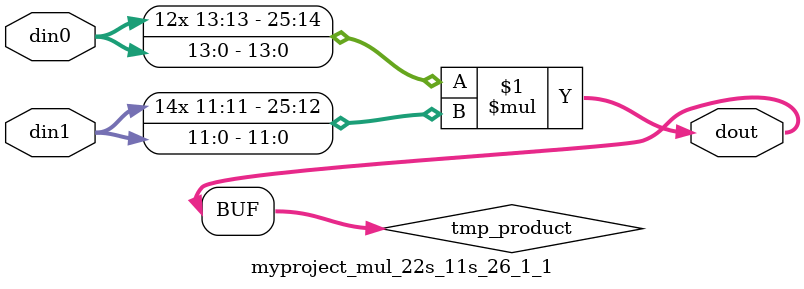
<source format=v>

`timescale 1 ns / 1 ps

  module myproject_mul_22s_11s_26_1_1(din0, din1, dout);
parameter ID = 1;
parameter NUM_STAGE = 0;
parameter din0_WIDTH = 14;
parameter din1_WIDTH = 12;
parameter dout_WIDTH = 26;

input [din0_WIDTH - 1 : 0] din0; 
input [din1_WIDTH - 1 : 0] din1; 
output [dout_WIDTH - 1 : 0] dout;

wire signed [dout_WIDTH - 1 : 0] tmp_product;













assign tmp_product = $signed(din0) * $signed(din1);








assign dout = tmp_product;







endmodule

</source>
